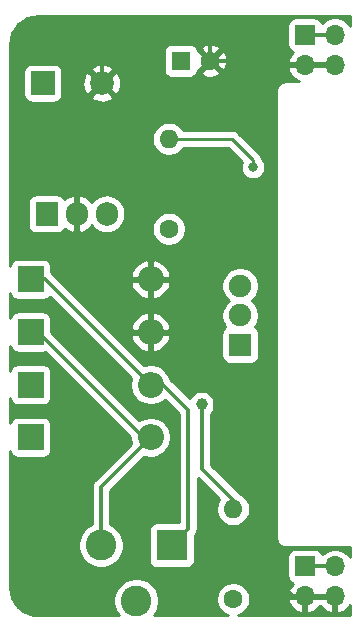
<source format=gbl>
%TF.GenerationSoftware,KiCad,Pcbnew,(5.1.8)-1*%
%TF.CreationDate,2020-12-06T18:17:34-05:00*%
%TF.ProjectId,Breadboar Power Supply v1,42726561-6462-46f6-9172-20506f776572,1.0*%
%TF.SameCoordinates,Original*%
%TF.FileFunction,Copper,L2,Bot*%
%TF.FilePolarity,Positive*%
%FSLAX46Y46*%
G04 Gerber Fmt 4.6, Leading zero omitted, Abs format (unit mm)*
G04 Created by KiCad (PCBNEW (5.1.8)-1) date 2020-12-06 18:17:34*
%MOMM*%
%LPD*%
G01*
G04 APERTURE LIST*
%TA.AperFunction,ComponentPad*%
%ADD10R,2.000000X2.000000*%
%TD*%
%TA.AperFunction,ComponentPad*%
%ADD11C,2.000000*%
%TD*%
%TA.AperFunction,ComponentPad*%
%ADD12R,1.600000X1.600000*%
%TD*%
%TA.AperFunction,ComponentPad*%
%ADD13C,1.600000*%
%TD*%
%TA.AperFunction,ComponentPad*%
%ADD14R,2.200000X2.200000*%
%TD*%
%TA.AperFunction,ComponentPad*%
%ADD15O,2.200000X2.200000*%
%TD*%
%TA.AperFunction,ComponentPad*%
%ADD16R,2.600000X2.600000*%
%TD*%
%TA.AperFunction,ComponentPad*%
%ADD17C,2.600000*%
%TD*%
%TA.AperFunction,ComponentPad*%
%ADD18R,1.700000X1.700000*%
%TD*%
%TA.AperFunction,ComponentPad*%
%ADD19O,1.700000X1.700000*%
%TD*%
%TA.AperFunction,ComponentPad*%
%ADD20O,1.600000X1.600000*%
%TD*%
%TA.AperFunction,ComponentPad*%
%ADD21R,1.900000X1.900000*%
%TD*%
%TA.AperFunction,ComponentPad*%
%ADD22C,1.900000*%
%TD*%
%TA.AperFunction,ComponentPad*%
%ADD23R,1.905000X2.000000*%
%TD*%
%TA.AperFunction,ComponentPad*%
%ADD24O,1.905000X2.000000*%
%TD*%
%TA.AperFunction,ViaPad*%
%ADD25C,1.000000*%
%TD*%
%TA.AperFunction,ViaPad*%
%ADD26C,0.800000*%
%TD*%
%TA.AperFunction,Conductor*%
%ADD27C,0.300000*%
%TD*%
%TA.AperFunction,Conductor*%
%ADD28C,0.250000*%
%TD*%
%TA.AperFunction,Conductor*%
%ADD29C,0.254000*%
%TD*%
%TA.AperFunction,Conductor*%
%ADD30C,0.100000*%
%TD*%
G04 APERTURE END LIST*
D10*
%TO.P,C1,1*%
%TO.N,/Vin*%
X175387000Y-90297000D03*
D11*
%TO.P,C1,2*%
%TO.N,/GND*%
X180387000Y-90297000D03*
%TD*%
D12*
%TO.P,C2,1*%
%TO.N,/Vout1*%
X187071000Y-88392000D03*
D13*
%TO.P,C2,2*%
%TO.N,/GND*%
X189571000Y-88392000D03*
%TD*%
D14*
%TO.P,D1,1*%
%TO.N,/Vin*%
X174349001Y-115815333D03*
D15*
%TO.P,D1,2*%
%TO.N,Net-(D1-Pad2)*%
X184509001Y-115815333D03*
%TD*%
%TO.P,D2,2*%
%TO.N,/GND*%
X184509001Y-106908001D03*
D14*
%TO.P,D2,1*%
%TO.N,Net-(D1-Pad2)*%
X174349001Y-106908001D03*
%TD*%
D15*
%TO.P,D3,2*%
%TO.N,Net-(D3-Pad2)*%
X184509001Y-120269000D03*
D14*
%TO.P,D3,1*%
%TO.N,/Vin*%
X174349001Y-120269000D03*
%TD*%
%TO.P,D4,1*%
%TO.N,Net-(D3-Pad2)*%
X174349001Y-111361667D03*
D15*
%TO.P,D4,2*%
%TO.N,/GND*%
X184509001Y-111361667D03*
%TD*%
D16*
%TO.P,J1,1*%
%TO.N,Net-(D1-Pad2)*%
X186309000Y-129413000D03*
D17*
%TO.P,J1,2*%
%TO.N,Net-(D3-Pad2)*%
X180309000Y-129413000D03*
%TO.P,J1,3*%
%TO.N,Net-(J1-Pad3)*%
X183309000Y-134113000D03*
%TD*%
D18*
%TO.P,J2,1*%
%TO.N,/Vout2*%
X197585000Y-86213000D03*
D19*
%TO.P,J2,2*%
X200125000Y-86213000D03*
%TO.P,J2,3*%
%TO.N,/GND*%
X197585000Y-88753000D03*
%TO.P,J2,4*%
X200125000Y-88753000D03*
%TD*%
%TO.P,J3,4*%
%TO.N,/GND*%
X200125000Y-133747000D03*
%TO.P,J3,3*%
X197585000Y-133747000D03*
%TO.P,J3,2*%
%TO.N,/Vout2*%
X200125000Y-131207000D03*
D18*
%TO.P,J3,1*%
X197585000Y-131207000D03*
%TD*%
D20*
%TO.P,R1,2*%
%TO.N,/Vout1*%
X191516000Y-126365000D03*
D13*
%TO.P,R1,1*%
%TO.N,Net-(D5-Pad2)*%
X191516000Y-133985000D03*
%TD*%
%TO.P,R2,1*%
%TO.N,/Vout2*%
X186055000Y-102616000D03*
D20*
%TO.P,R2,2*%
%TO.N,Net-(D6-Pad2)*%
X186055000Y-94996000D03*
%TD*%
D21*
%TO.P,SW1,1*%
%TO.N,/Vout2*%
X192102000Y-112454000D03*
D22*
%TO.P,SW1,2*%
%TO.N,/Vout1*%
X192102000Y-109954000D03*
%TO.P,SW1,3*%
%TO.N,Net-(SW1-Pad3)*%
X192102000Y-107454000D03*
%TD*%
D23*
%TO.P,U1,1*%
%TO.N,/Vin*%
X175709001Y-101346000D03*
D24*
%TO.P,U1,2*%
%TO.N,/GND*%
X178249001Y-101346000D03*
%TO.P,U1,3*%
%TO.N,/Vout1*%
X180789001Y-101346000D03*
%TD*%
D25*
%TO.N,/GND*%
X189992000Y-102616000D03*
X191770000Y-120650000D03*
%TO.N,/Vout1*%
X188849000Y-117475000D03*
D26*
%TO.N,Net-(D6-Pad2)*%
X193167000Y-97409000D03*
%TD*%
D27*
%TO.N,/GND*%
X200125000Y-133747000D02*
X197585000Y-133747000D01*
X184767667Y-111361667D02*
X184509001Y-111361667D01*
X184509001Y-111361667D02*
X184509001Y-106908001D01*
X184509001Y-106908001D02*
X186207999Y-106908001D01*
X184509001Y-106908001D02*
X180822001Y-106908001D01*
X178249001Y-104335001D02*
X178249001Y-101346000D01*
X180822001Y-106908001D02*
X178249001Y-104335001D01*
X178249001Y-92434999D02*
X180387000Y-90297000D01*
X178249001Y-101346000D02*
X178249001Y-92434999D01*
X180387000Y-90297000D02*
X180387000Y-88345000D01*
X180387000Y-88345000D02*
X182880000Y-85852000D01*
X182880000Y-85852000D02*
X188849000Y-85852000D01*
X189571000Y-86574000D02*
X189571000Y-88392000D01*
X188849000Y-85852000D02*
X189571000Y-86574000D01*
X189571000Y-88392000D02*
X192151000Y-88392000D01*
X192512000Y-88753000D02*
X197585000Y-88753000D01*
X192151000Y-88392000D02*
X192512000Y-88753000D01*
X197585000Y-88753000D02*
X200125000Y-88753000D01*
X189992000Y-102616000D02*
X188722000Y-103886000D01*
X188722000Y-103886000D02*
X188722000Y-105918000D01*
X187731999Y-106908001D02*
X186207999Y-106908001D01*
X188722000Y-105918000D02*
X187731999Y-106908001D01*
X189992000Y-115316000D02*
X186037667Y-111361667D01*
X189992000Y-120269000D02*
X189992000Y-115316000D01*
X186037667Y-111361667D02*
X184509001Y-111361667D01*
X194437000Y-131572000D02*
X194437000Y-124714000D01*
X196612000Y-133747000D02*
X194437000Y-131572000D01*
X197585000Y-133747000D02*
X196612000Y-133747000D01*
X191706500Y-120713500D02*
X191706500Y-121983500D01*
X191770000Y-120650000D02*
X191706500Y-120713500D01*
X191706500Y-121983500D02*
X189992000Y-120269000D01*
X194437000Y-124714000D02*
X191706500Y-121983500D01*
%TO.N,/Vout1*%
X188849000Y-122936000D02*
X188849000Y-117475000D01*
X191516000Y-125603000D02*
X188849000Y-122936000D01*
X191516000Y-126365000D02*
X191516000Y-125603000D01*
%TO.N,Net-(D1-Pad2)*%
X175601669Y-106908001D02*
X184509001Y-115815333D01*
X174349001Y-106908001D02*
X175601669Y-106908001D01*
X184509001Y-115815333D02*
X185538333Y-115815333D01*
X185538333Y-115815333D02*
X187706000Y-117983000D01*
X187706000Y-128016000D02*
X186309000Y-129413000D01*
X187706000Y-117983000D02*
X187706000Y-128016000D01*
%TO.N,Net-(D3-Pad2)*%
X184509001Y-120269000D02*
X183769000Y-120269000D01*
X174861667Y-111361667D02*
X174349001Y-111361667D01*
X180309000Y-124469001D02*
X184509001Y-120269000D01*
X180309000Y-129413000D02*
X180309000Y-124469001D01*
X174349001Y-111361667D02*
X174988667Y-111361667D01*
X183896000Y-120269000D02*
X184509001Y-120269000D01*
X174988667Y-111361667D02*
X183896000Y-120269000D01*
D28*
%TO.N,Net-(D6-Pad2)*%
X186055000Y-94996000D02*
X191389000Y-94996000D01*
X191389000Y-94996000D02*
X193167000Y-96774000D01*
X193167000Y-96774000D02*
X193167000Y-97409000D01*
D27*
%TO.N,/Vout2*%
X200125000Y-131207000D02*
X197585000Y-131207000D01*
X200125000Y-86213000D02*
X197585000Y-86213000D01*
%TD*%
D29*
%TO.N,/GND*%
X201397001Y-85443754D02*
X201278475Y-85266368D01*
X201071632Y-85059525D01*
X200828411Y-84897010D01*
X200558158Y-84785068D01*
X200271260Y-84728000D01*
X199978740Y-84728000D01*
X199691842Y-84785068D01*
X199421589Y-84897010D01*
X199178368Y-85059525D01*
X199046513Y-85191380D01*
X199024502Y-85118820D01*
X198965537Y-85008506D01*
X198886185Y-84911815D01*
X198789494Y-84832463D01*
X198679180Y-84773498D01*
X198559482Y-84737188D01*
X198435000Y-84724928D01*
X196735000Y-84724928D01*
X196610518Y-84737188D01*
X196490820Y-84773498D01*
X196380506Y-84832463D01*
X196283815Y-84911815D01*
X196204463Y-85008506D01*
X196145498Y-85118820D01*
X196109188Y-85238518D01*
X196096928Y-85363000D01*
X196096928Y-87063000D01*
X196109188Y-87187482D01*
X196145498Y-87307180D01*
X196204463Y-87417494D01*
X196283815Y-87514185D01*
X196380506Y-87593537D01*
X196490820Y-87652502D01*
X196571466Y-87676966D01*
X196487412Y-87752731D01*
X196313359Y-87986080D01*
X196188175Y-88248901D01*
X196143524Y-88396110D01*
X196264845Y-88626000D01*
X197458000Y-88626000D01*
X197458000Y-88606000D01*
X197712000Y-88606000D01*
X197712000Y-88626000D01*
X199998000Y-88626000D01*
X199998000Y-88606000D01*
X200252000Y-88606000D01*
X200252000Y-88626000D01*
X200272000Y-88626000D01*
X200272000Y-88880000D01*
X200252000Y-88880000D01*
X200252000Y-88900000D01*
X199998000Y-88900000D01*
X199998000Y-88880000D01*
X197712000Y-88880000D01*
X197712000Y-88900000D01*
X197458000Y-88900000D01*
X197458000Y-88880000D01*
X196264845Y-88880000D01*
X196143524Y-89109890D01*
X196188175Y-89257099D01*
X196313359Y-89519920D01*
X196487412Y-89753269D01*
X196703645Y-89948178D01*
X196953748Y-90097157D01*
X197088620Y-90145000D01*
X195866419Y-90145000D01*
X195834000Y-90141807D01*
X195801581Y-90145000D01*
X195704617Y-90154550D01*
X195580207Y-90192290D01*
X195465550Y-90253575D01*
X195365052Y-90336052D01*
X195282575Y-90436550D01*
X195221290Y-90551207D01*
X195183550Y-90675617D01*
X195170807Y-90805000D01*
X195174001Y-90837429D01*
X195174000Y-128872581D01*
X195170807Y-128905000D01*
X195183550Y-129034383D01*
X195221290Y-129158793D01*
X195282575Y-129273450D01*
X195365052Y-129373948D01*
X195465550Y-129456425D01*
X195580207Y-129517710D01*
X195704617Y-129555450D01*
X195834000Y-129568193D01*
X195866419Y-129565000D01*
X201397001Y-129565000D01*
X201397001Y-130437754D01*
X201278475Y-130260368D01*
X201071632Y-130053525D01*
X200828411Y-129891010D01*
X200558158Y-129779068D01*
X200271260Y-129722000D01*
X199978740Y-129722000D01*
X199691842Y-129779068D01*
X199421589Y-129891010D01*
X199178368Y-130053525D01*
X199046513Y-130185380D01*
X199024502Y-130112820D01*
X198965537Y-130002506D01*
X198886185Y-129905815D01*
X198789494Y-129826463D01*
X198679180Y-129767498D01*
X198559482Y-129731188D01*
X198435000Y-129718928D01*
X196735000Y-129718928D01*
X196610518Y-129731188D01*
X196490820Y-129767498D01*
X196380506Y-129826463D01*
X196283815Y-129905815D01*
X196204463Y-130002506D01*
X196145498Y-130112820D01*
X196109188Y-130232518D01*
X196096928Y-130357000D01*
X196096928Y-132057000D01*
X196109188Y-132181482D01*
X196145498Y-132301180D01*
X196204463Y-132411494D01*
X196283815Y-132508185D01*
X196380506Y-132587537D01*
X196490820Y-132646502D01*
X196571466Y-132670966D01*
X196487412Y-132746731D01*
X196313359Y-132980080D01*
X196188175Y-133242901D01*
X196143524Y-133390110D01*
X196264845Y-133620000D01*
X197458000Y-133620000D01*
X197458000Y-133600000D01*
X197712000Y-133600000D01*
X197712000Y-133620000D01*
X199998000Y-133620000D01*
X199998000Y-133600000D01*
X200252000Y-133600000D01*
X200252000Y-133620000D01*
X200272000Y-133620000D01*
X200272000Y-133874000D01*
X200252000Y-133874000D01*
X200252000Y-135067814D01*
X200481891Y-135188481D01*
X200756252Y-135091157D01*
X201006355Y-134942178D01*
X201222588Y-134747269D01*
X201396641Y-134513920D01*
X201397000Y-134513166D01*
X201397000Y-135357000D01*
X191953533Y-135357000D01*
X192195727Y-135256680D01*
X192430759Y-135099637D01*
X192630637Y-134899759D01*
X192787680Y-134664727D01*
X192895853Y-134403574D01*
X192951000Y-134126335D01*
X192951000Y-134103890D01*
X196143524Y-134103890D01*
X196188175Y-134251099D01*
X196313359Y-134513920D01*
X196487412Y-134747269D01*
X196703645Y-134942178D01*
X196953748Y-135091157D01*
X197228109Y-135188481D01*
X197458000Y-135067814D01*
X197458000Y-133874000D01*
X197712000Y-133874000D01*
X197712000Y-135067814D01*
X197941891Y-135188481D01*
X198216252Y-135091157D01*
X198466355Y-134942178D01*
X198682588Y-134747269D01*
X198855000Y-134516120D01*
X199027412Y-134747269D01*
X199243645Y-134942178D01*
X199493748Y-135091157D01*
X199768109Y-135188481D01*
X199998000Y-135067814D01*
X199998000Y-133874000D01*
X197712000Y-133874000D01*
X197458000Y-133874000D01*
X196264845Y-133874000D01*
X196143524Y-134103890D01*
X192951000Y-134103890D01*
X192951000Y-133843665D01*
X192895853Y-133566426D01*
X192787680Y-133305273D01*
X192630637Y-133070241D01*
X192430759Y-132870363D01*
X192195727Y-132713320D01*
X191934574Y-132605147D01*
X191657335Y-132550000D01*
X191374665Y-132550000D01*
X191097426Y-132605147D01*
X190836273Y-132713320D01*
X190601241Y-132870363D01*
X190401363Y-133070241D01*
X190244320Y-133305273D01*
X190136147Y-133566426D01*
X190081000Y-133843665D01*
X190081000Y-134126335D01*
X190136147Y-134403574D01*
X190244320Y-134664727D01*
X190401363Y-134899759D01*
X190601241Y-135099637D01*
X190836273Y-135256680D01*
X191078467Y-135357000D01*
X184801504Y-135357000D01*
X184812013Y-135346491D01*
X185023775Y-135029566D01*
X185169639Y-134677419D01*
X185244000Y-134303581D01*
X185244000Y-133922419D01*
X185169639Y-133548581D01*
X185023775Y-133196434D01*
X184812013Y-132879509D01*
X184542491Y-132609987D01*
X184225566Y-132398225D01*
X183873419Y-132252361D01*
X183499581Y-132178000D01*
X183118419Y-132178000D01*
X182744581Y-132252361D01*
X182392434Y-132398225D01*
X182075509Y-132609987D01*
X181805987Y-132879509D01*
X181594225Y-133196434D01*
X181448361Y-133548581D01*
X181374000Y-133922419D01*
X181374000Y-134303581D01*
X181448361Y-134677419D01*
X181594225Y-135029566D01*
X181805987Y-135346491D01*
X181816496Y-135357000D01*
X175038279Y-135357000D01*
X174542784Y-135308416D01*
X174097210Y-135173890D01*
X173686255Y-134955382D01*
X173325564Y-134661209D01*
X173028881Y-134302581D01*
X172807509Y-133893162D01*
X172669874Y-133448535D01*
X172618000Y-132954990D01*
X172618000Y-121440795D01*
X172623189Y-121493482D01*
X172659499Y-121613180D01*
X172718464Y-121723494D01*
X172797816Y-121820185D01*
X172894507Y-121899537D01*
X173004821Y-121958502D01*
X173124519Y-121994812D01*
X173249001Y-122007072D01*
X175449001Y-122007072D01*
X175573483Y-121994812D01*
X175693181Y-121958502D01*
X175803495Y-121899537D01*
X175900186Y-121820185D01*
X175979538Y-121723494D01*
X176038503Y-121613180D01*
X176074813Y-121493482D01*
X176087073Y-121369000D01*
X176087073Y-119169000D01*
X176074813Y-119044518D01*
X176038503Y-118924820D01*
X175979538Y-118814506D01*
X175900186Y-118717815D01*
X175803495Y-118638463D01*
X175693181Y-118579498D01*
X175573483Y-118543188D01*
X175449001Y-118530928D01*
X173249001Y-118530928D01*
X173124519Y-118543188D01*
X173004821Y-118579498D01*
X172894507Y-118638463D01*
X172797816Y-118717815D01*
X172718464Y-118814506D01*
X172659499Y-118924820D01*
X172623189Y-119044518D01*
X172618000Y-119097205D01*
X172618000Y-116987128D01*
X172623189Y-117039815D01*
X172659499Y-117159513D01*
X172718464Y-117269827D01*
X172797816Y-117366518D01*
X172894507Y-117445870D01*
X173004821Y-117504835D01*
X173124519Y-117541145D01*
X173249001Y-117553405D01*
X175449001Y-117553405D01*
X175573483Y-117541145D01*
X175693181Y-117504835D01*
X175803495Y-117445870D01*
X175900186Y-117366518D01*
X175979538Y-117269827D01*
X176038503Y-117159513D01*
X176074813Y-117039815D01*
X176087073Y-116915333D01*
X176087073Y-114715333D01*
X176074813Y-114590851D01*
X176038503Y-114471153D01*
X175979538Y-114360839D01*
X175900186Y-114264148D01*
X175803495Y-114184796D01*
X175693181Y-114125831D01*
X175573483Y-114089521D01*
X175449001Y-114077261D01*
X173249001Y-114077261D01*
X173124519Y-114089521D01*
X173004821Y-114125831D01*
X172894507Y-114184796D01*
X172797816Y-114264148D01*
X172718464Y-114360839D01*
X172659499Y-114471153D01*
X172623189Y-114590851D01*
X172618000Y-114643538D01*
X172618000Y-112533462D01*
X172623189Y-112586149D01*
X172659499Y-112705847D01*
X172718464Y-112816161D01*
X172797816Y-112912852D01*
X172894507Y-112992204D01*
X173004821Y-113051169D01*
X173124519Y-113087479D01*
X173249001Y-113099739D01*
X175449001Y-113099739D01*
X175573483Y-113087479D01*
X175597144Y-113080301D01*
X182774001Y-120257159D01*
X182774001Y-120439883D01*
X182840676Y-120775081D01*
X182855932Y-120811912D01*
X179781185Y-123886659D01*
X179751237Y-123911237D01*
X179726659Y-123941185D01*
X179726655Y-123941189D01*
X179693690Y-123981357D01*
X179653139Y-124030768D01*
X179614177Y-124103661D01*
X179580246Y-124167142D01*
X179535359Y-124315115D01*
X179520203Y-124469001D01*
X179524001Y-124507564D01*
X179524000Y-127643728D01*
X179392434Y-127698225D01*
X179075509Y-127909987D01*
X178805987Y-128179509D01*
X178594225Y-128496434D01*
X178448361Y-128848581D01*
X178374000Y-129222419D01*
X178374000Y-129603581D01*
X178448361Y-129977419D01*
X178594225Y-130329566D01*
X178805987Y-130646491D01*
X179075509Y-130916013D01*
X179392434Y-131127775D01*
X179744581Y-131273639D01*
X180118419Y-131348000D01*
X180499581Y-131348000D01*
X180873419Y-131273639D01*
X181225566Y-131127775D01*
X181542491Y-130916013D01*
X181812013Y-130646491D01*
X182023775Y-130329566D01*
X182169639Y-129977419D01*
X182244000Y-129603581D01*
X182244000Y-129222419D01*
X182169639Y-128848581D01*
X182023775Y-128496434D01*
X181812013Y-128179509D01*
X181542491Y-127909987D01*
X181225566Y-127698225D01*
X181094000Y-127643729D01*
X181094000Y-124794158D01*
X183966089Y-121922069D01*
X184002920Y-121937325D01*
X184338118Y-122004000D01*
X184679884Y-122004000D01*
X185015082Y-121937325D01*
X185330832Y-121806537D01*
X185614999Y-121616663D01*
X185856664Y-121374998D01*
X186046538Y-121090831D01*
X186177326Y-120775081D01*
X186244001Y-120439883D01*
X186244001Y-120098117D01*
X186177326Y-119762919D01*
X186046538Y-119447169D01*
X185856664Y-119163002D01*
X185614999Y-118921337D01*
X185330832Y-118731463D01*
X185015082Y-118600675D01*
X184679884Y-118534000D01*
X184338118Y-118534000D01*
X184002920Y-118600675D01*
X183687170Y-118731463D01*
X183556159Y-118819001D01*
X176087073Y-111349916D01*
X176087073Y-110261667D01*
X176074813Y-110137185D01*
X176038503Y-110017487D01*
X175979538Y-109907173D01*
X175900186Y-109810482D01*
X175803495Y-109731130D01*
X175693181Y-109672165D01*
X175573483Y-109635855D01*
X175449001Y-109623595D01*
X173249001Y-109623595D01*
X173124519Y-109635855D01*
X173004821Y-109672165D01*
X172894507Y-109731130D01*
X172797816Y-109810482D01*
X172718464Y-109907173D01*
X172659499Y-110017487D01*
X172623189Y-110137185D01*
X172618000Y-110189872D01*
X172618000Y-108079796D01*
X172623189Y-108132483D01*
X172659499Y-108252181D01*
X172718464Y-108362495D01*
X172797816Y-108459186D01*
X172894507Y-108538538D01*
X173004821Y-108597503D01*
X173124519Y-108633813D01*
X173249001Y-108646073D01*
X175449001Y-108646073D01*
X175573483Y-108633813D01*
X175693181Y-108597503D01*
X175803495Y-108538538D01*
X175900186Y-108459186D01*
X175964423Y-108380912D01*
X182855932Y-115272421D01*
X182840676Y-115309252D01*
X182774001Y-115644450D01*
X182774001Y-115986216D01*
X182840676Y-116321414D01*
X182971464Y-116637164D01*
X183161338Y-116921331D01*
X183403003Y-117162996D01*
X183687170Y-117352870D01*
X184002920Y-117483658D01*
X184338118Y-117550333D01*
X184679884Y-117550333D01*
X185015082Y-117483658D01*
X185330832Y-117352870D01*
X185614999Y-117162996D01*
X185695419Y-117082576D01*
X186921000Y-118308158D01*
X186921001Y-127474928D01*
X185009000Y-127474928D01*
X184884518Y-127487188D01*
X184764820Y-127523498D01*
X184654506Y-127582463D01*
X184557815Y-127661815D01*
X184478463Y-127758506D01*
X184419498Y-127868820D01*
X184383188Y-127988518D01*
X184370928Y-128113000D01*
X184370928Y-130713000D01*
X184383188Y-130837482D01*
X184419498Y-130957180D01*
X184478463Y-131067494D01*
X184557815Y-131164185D01*
X184654506Y-131243537D01*
X184764820Y-131302502D01*
X184884518Y-131338812D01*
X185009000Y-131351072D01*
X187609000Y-131351072D01*
X187733482Y-131338812D01*
X187853180Y-131302502D01*
X187963494Y-131243537D01*
X188060185Y-131164185D01*
X188139537Y-131067494D01*
X188198502Y-130957180D01*
X188234812Y-130837482D01*
X188247072Y-130713000D01*
X188247072Y-128587463D01*
X188263764Y-128573764D01*
X188294306Y-128536550D01*
X188327228Y-128496434D01*
X188361862Y-128454233D01*
X188434754Y-128317860D01*
X188479641Y-128169887D01*
X188491000Y-128054561D01*
X188491000Y-128054554D01*
X188494797Y-128016001D01*
X188491000Y-127977448D01*
X188491000Y-123688157D01*
X190341971Y-125539128D01*
X190244320Y-125685273D01*
X190136147Y-125946426D01*
X190081000Y-126223665D01*
X190081000Y-126506335D01*
X190136147Y-126783574D01*
X190244320Y-127044727D01*
X190401363Y-127279759D01*
X190601241Y-127479637D01*
X190836273Y-127636680D01*
X191097426Y-127744853D01*
X191374665Y-127800000D01*
X191657335Y-127800000D01*
X191934574Y-127744853D01*
X192195727Y-127636680D01*
X192430759Y-127479637D01*
X192630637Y-127279759D01*
X192787680Y-127044727D01*
X192895853Y-126783574D01*
X192951000Y-126506335D01*
X192951000Y-126223665D01*
X192895853Y-125946426D01*
X192787680Y-125685273D01*
X192630637Y-125450241D01*
X192430759Y-125250363D01*
X192195727Y-125093320D01*
X192067774Y-125040320D01*
X192043810Y-125020653D01*
X189634000Y-122610843D01*
X189634000Y-118295132D01*
X189730612Y-118198520D01*
X189854824Y-118012624D01*
X189940383Y-117806067D01*
X189984000Y-117586788D01*
X189984000Y-117363212D01*
X189940383Y-117143933D01*
X189854824Y-116937376D01*
X189730612Y-116751480D01*
X189572520Y-116593388D01*
X189386624Y-116469176D01*
X189180067Y-116383617D01*
X188960788Y-116340000D01*
X188737212Y-116340000D01*
X188517933Y-116383617D01*
X188311376Y-116469176D01*
X188125480Y-116593388D01*
X187967388Y-116751480D01*
X187843176Y-116937376D01*
X187821900Y-116988742D01*
X186185996Y-115352839D01*
X186177326Y-115309252D01*
X186046538Y-114993502D01*
X185856664Y-114709335D01*
X185614999Y-114467670D01*
X185330832Y-114277796D01*
X185015082Y-114147008D01*
X184679884Y-114080333D01*
X184338118Y-114080333D01*
X184002920Y-114147008D01*
X183966089Y-114162264D01*
X181561614Y-111757789D01*
X182819826Y-111757789D01*
X182884426Y-111970761D01*
X183034470Y-112275996D01*
X183241179Y-112546094D01*
X183496610Y-112770675D01*
X183790947Y-112941109D01*
X184112878Y-113050846D01*
X184382001Y-112933267D01*
X184382001Y-111488667D01*
X184636001Y-111488667D01*
X184636001Y-112933267D01*
X184905124Y-113050846D01*
X185227055Y-112941109D01*
X185521392Y-112770675D01*
X185776823Y-112546094D01*
X185983532Y-112275996D01*
X186133576Y-111970761D01*
X186198176Y-111757789D01*
X186086852Y-111504000D01*
X190513928Y-111504000D01*
X190513928Y-113404000D01*
X190526188Y-113528482D01*
X190562498Y-113648180D01*
X190621463Y-113758494D01*
X190700815Y-113855185D01*
X190797506Y-113934537D01*
X190907820Y-113993502D01*
X191027518Y-114029812D01*
X191152000Y-114042072D01*
X193052000Y-114042072D01*
X193176482Y-114029812D01*
X193296180Y-113993502D01*
X193406494Y-113934537D01*
X193503185Y-113855185D01*
X193582537Y-113758494D01*
X193641502Y-113648180D01*
X193677812Y-113528482D01*
X193690072Y-113404000D01*
X193690072Y-111504000D01*
X193677812Y-111379518D01*
X193641502Y-111259820D01*
X193582537Y-111149506D01*
X193503185Y-111052815D01*
X193406494Y-110973463D01*
X193347979Y-110942186D01*
X193506609Y-110704779D01*
X193626089Y-110416327D01*
X193687000Y-110110109D01*
X193687000Y-109797891D01*
X193626089Y-109491673D01*
X193506609Y-109203221D01*
X193333150Y-108943621D01*
X193112379Y-108722850D01*
X193084168Y-108704000D01*
X193112379Y-108685150D01*
X193333150Y-108464379D01*
X193506609Y-108204779D01*
X193626089Y-107916327D01*
X193687000Y-107610109D01*
X193687000Y-107297891D01*
X193626089Y-106991673D01*
X193506609Y-106703221D01*
X193333150Y-106443621D01*
X193112379Y-106222850D01*
X192852779Y-106049391D01*
X192564327Y-105929911D01*
X192258109Y-105869000D01*
X191945891Y-105869000D01*
X191639673Y-105929911D01*
X191351221Y-106049391D01*
X191091621Y-106222850D01*
X190870850Y-106443621D01*
X190697391Y-106703221D01*
X190577911Y-106991673D01*
X190517000Y-107297891D01*
X190517000Y-107610109D01*
X190577911Y-107916327D01*
X190697391Y-108204779D01*
X190870850Y-108464379D01*
X191091621Y-108685150D01*
X191119832Y-108704000D01*
X191091621Y-108722850D01*
X190870850Y-108943621D01*
X190697391Y-109203221D01*
X190577911Y-109491673D01*
X190517000Y-109797891D01*
X190517000Y-110110109D01*
X190577911Y-110416327D01*
X190697391Y-110704779D01*
X190856021Y-110942186D01*
X190797506Y-110973463D01*
X190700815Y-111052815D01*
X190621463Y-111149506D01*
X190562498Y-111259820D01*
X190526188Y-111379518D01*
X190513928Y-111504000D01*
X186086852Y-111504000D01*
X186080126Y-111488667D01*
X184636001Y-111488667D01*
X184382001Y-111488667D01*
X182937876Y-111488667D01*
X182819826Y-111757789D01*
X181561614Y-111757789D01*
X180769370Y-110965545D01*
X182819826Y-110965545D01*
X182937876Y-111234667D01*
X184382001Y-111234667D01*
X184382001Y-109790067D01*
X184636001Y-109790067D01*
X184636001Y-111234667D01*
X186080126Y-111234667D01*
X186198176Y-110965545D01*
X186133576Y-110752573D01*
X185983532Y-110447338D01*
X185776823Y-110177240D01*
X185521392Y-109952659D01*
X185227055Y-109782225D01*
X184905124Y-109672488D01*
X184636001Y-109790067D01*
X184382001Y-109790067D01*
X184112878Y-109672488D01*
X183790947Y-109782225D01*
X183496610Y-109952659D01*
X183241179Y-110177240D01*
X183034470Y-110447338D01*
X182884426Y-110752573D01*
X182819826Y-110965545D01*
X180769370Y-110965545D01*
X177107948Y-107304123D01*
X182819826Y-107304123D01*
X182884426Y-107517095D01*
X183034470Y-107822330D01*
X183241179Y-108092428D01*
X183496610Y-108317009D01*
X183790947Y-108487443D01*
X184112878Y-108597180D01*
X184382001Y-108479601D01*
X184382001Y-107035001D01*
X184636001Y-107035001D01*
X184636001Y-108479601D01*
X184905124Y-108597180D01*
X185227055Y-108487443D01*
X185521392Y-108317009D01*
X185776823Y-108092428D01*
X185983532Y-107822330D01*
X186133576Y-107517095D01*
X186198176Y-107304123D01*
X186080126Y-107035001D01*
X184636001Y-107035001D01*
X184382001Y-107035001D01*
X182937876Y-107035001D01*
X182819826Y-107304123D01*
X177107948Y-107304123D01*
X176315704Y-106511879D01*
X182819826Y-106511879D01*
X182937876Y-106781001D01*
X184382001Y-106781001D01*
X184382001Y-105336401D01*
X184636001Y-105336401D01*
X184636001Y-106781001D01*
X186080126Y-106781001D01*
X186198176Y-106511879D01*
X186133576Y-106298907D01*
X185983532Y-105993672D01*
X185776823Y-105723574D01*
X185521392Y-105498993D01*
X185227055Y-105328559D01*
X184905124Y-105218822D01*
X184636001Y-105336401D01*
X184382001Y-105336401D01*
X184112878Y-105218822D01*
X183790947Y-105328559D01*
X183496610Y-105498993D01*
X183241179Y-105723574D01*
X183034470Y-105993672D01*
X182884426Y-106298907D01*
X182819826Y-106511879D01*
X176315704Y-106511879D01*
X176184016Y-106380191D01*
X176159433Y-106350237D01*
X176087073Y-106290852D01*
X176087073Y-105808001D01*
X176074813Y-105683519D01*
X176038503Y-105563821D01*
X175979538Y-105453507D01*
X175900186Y-105356816D01*
X175803495Y-105277464D01*
X175693181Y-105218499D01*
X175573483Y-105182189D01*
X175449001Y-105169929D01*
X173249001Y-105169929D01*
X173124519Y-105182189D01*
X173004821Y-105218499D01*
X172894507Y-105277464D01*
X172797816Y-105356816D01*
X172718464Y-105453507D01*
X172659499Y-105563821D01*
X172623189Y-105683519D01*
X172618000Y-105736206D01*
X172618000Y-100346000D01*
X174118429Y-100346000D01*
X174118429Y-102346000D01*
X174130689Y-102470482D01*
X174166999Y-102590180D01*
X174225964Y-102700494D01*
X174305316Y-102797185D01*
X174402007Y-102876537D01*
X174512321Y-102935502D01*
X174632019Y-102971812D01*
X174756501Y-102984072D01*
X176661501Y-102984072D01*
X176785983Y-102971812D01*
X176905681Y-102935502D01*
X177015995Y-102876537D01*
X177112686Y-102797185D01*
X177192038Y-102700494D01*
X177241060Y-102608781D01*
X177382078Y-102721969D01*
X177657907Y-102865571D01*
X177876021Y-102936563D01*
X178122001Y-102816594D01*
X178122001Y-101473000D01*
X178102001Y-101473000D01*
X178102001Y-101219000D01*
X178122001Y-101219000D01*
X178122001Y-99875406D01*
X178376001Y-99875406D01*
X178376001Y-101219000D01*
X178396001Y-101219000D01*
X178396001Y-101473000D01*
X178376001Y-101473000D01*
X178376001Y-102816594D01*
X178621981Y-102936563D01*
X178840095Y-102865571D01*
X179115924Y-102721969D01*
X179358438Y-102527315D01*
X179513838Y-102342101D01*
X179661038Y-102521463D01*
X179902767Y-102719845D01*
X180178553Y-102867255D01*
X180477798Y-102958030D01*
X180789001Y-102988681D01*
X181100205Y-102958030D01*
X181399450Y-102867255D01*
X181675236Y-102719845D01*
X181916964Y-102521463D01*
X181955370Y-102474665D01*
X184620000Y-102474665D01*
X184620000Y-102757335D01*
X184675147Y-103034574D01*
X184783320Y-103295727D01*
X184940363Y-103530759D01*
X185140241Y-103730637D01*
X185375273Y-103887680D01*
X185636426Y-103995853D01*
X185913665Y-104051000D01*
X186196335Y-104051000D01*
X186473574Y-103995853D01*
X186734727Y-103887680D01*
X186969759Y-103730637D01*
X187169637Y-103530759D01*
X187326680Y-103295727D01*
X187434853Y-103034574D01*
X187490000Y-102757335D01*
X187490000Y-102474665D01*
X187434853Y-102197426D01*
X187326680Y-101936273D01*
X187169637Y-101701241D01*
X186969759Y-101501363D01*
X186734727Y-101344320D01*
X186473574Y-101236147D01*
X186196335Y-101181000D01*
X185913665Y-101181000D01*
X185636426Y-101236147D01*
X185375273Y-101344320D01*
X185140241Y-101501363D01*
X184940363Y-101701241D01*
X184783320Y-101936273D01*
X184675147Y-102197426D01*
X184620000Y-102474665D01*
X181955370Y-102474665D01*
X182115346Y-102279734D01*
X182262756Y-102003948D01*
X182353531Y-101704703D01*
X182376501Y-101471485D01*
X182376501Y-101220514D01*
X182353531Y-100987296D01*
X182262756Y-100688051D01*
X182115346Y-100412265D01*
X181916964Y-100170537D01*
X181675235Y-99972155D01*
X181399449Y-99824745D01*
X181100204Y-99733970D01*
X180789001Y-99703319D01*
X180477797Y-99733970D01*
X180178552Y-99824745D01*
X179902766Y-99972155D01*
X179661038Y-100170537D01*
X179513839Y-100349900D01*
X179358438Y-100164685D01*
X179115924Y-99970031D01*
X178840095Y-99826429D01*
X178621981Y-99755437D01*
X178376001Y-99875406D01*
X178122001Y-99875406D01*
X177876021Y-99755437D01*
X177657907Y-99826429D01*
X177382078Y-99970031D01*
X177241060Y-100083219D01*
X177192038Y-99991506D01*
X177112686Y-99894815D01*
X177015995Y-99815463D01*
X176905681Y-99756498D01*
X176785983Y-99720188D01*
X176661501Y-99707928D01*
X174756501Y-99707928D01*
X174632019Y-99720188D01*
X174512321Y-99756498D01*
X174402007Y-99815463D01*
X174305316Y-99894815D01*
X174225964Y-99991506D01*
X174166999Y-100101820D01*
X174130689Y-100221518D01*
X174118429Y-100346000D01*
X172618000Y-100346000D01*
X172618000Y-94854665D01*
X184620000Y-94854665D01*
X184620000Y-95137335D01*
X184675147Y-95414574D01*
X184783320Y-95675727D01*
X184940363Y-95910759D01*
X185140241Y-96110637D01*
X185375273Y-96267680D01*
X185636426Y-96375853D01*
X185913665Y-96431000D01*
X186196335Y-96431000D01*
X186473574Y-96375853D01*
X186734727Y-96267680D01*
X186969759Y-96110637D01*
X187169637Y-95910759D01*
X187273043Y-95756000D01*
X191074199Y-95756000D01*
X192246030Y-96927832D01*
X192171774Y-97107102D01*
X192132000Y-97307061D01*
X192132000Y-97510939D01*
X192171774Y-97710898D01*
X192249795Y-97899256D01*
X192363063Y-98068774D01*
X192507226Y-98212937D01*
X192676744Y-98326205D01*
X192865102Y-98404226D01*
X193065061Y-98444000D01*
X193268939Y-98444000D01*
X193468898Y-98404226D01*
X193657256Y-98326205D01*
X193826774Y-98212937D01*
X193970937Y-98068774D01*
X194084205Y-97899256D01*
X194162226Y-97710898D01*
X194202000Y-97510939D01*
X194202000Y-97307061D01*
X194162226Y-97107102D01*
X194084205Y-96918744D01*
X193970937Y-96749226D01*
X193923572Y-96701861D01*
X193916003Y-96625014D01*
X193872546Y-96481753D01*
X193801974Y-96349724D01*
X193707001Y-96233999D01*
X193678004Y-96210202D01*
X191952804Y-94485003D01*
X191929001Y-94455999D01*
X191813276Y-94361026D01*
X191681247Y-94290454D01*
X191537986Y-94246997D01*
X191426333Y-94236000D01*
X191426322Y-94236000D01*
X191389000Y-94232324D01*
X191351678Y-94236000D01*
X187273043Y-94236000D01*
X187169637Y-94081241D01*
X186969759Y-93881363D01*
X186734727Y-93724320D01*
X186473574Y-93616147D01*
X186196335Y-93561000D01*
X185913665Y-93561000D01*
X185636426Y-93616147D01*
X185375273Y-93724320D01*
X185140241Y-93881363D01*
X184940363Y-94081241D01*
X184783320Y-94316273D01*
X184675147Y-94577426D01*
X184620000Y-94854665D01*
X172618000Y-94854665D01*
X172618000Y-89297000D01*
X173748928Y-89297000D01*
X173748928Y-91297000D01*
X173761188Y-91421482D01*
X173797498Y-91541180D01*
X173856463Y-91651494D01*
X173935815Y-91748185D01*
X174032506Y-91827537D01*
X174142820Y-91886502D01*
X174262518Y-91922812D01*
X174387000Y-91935072D01*
X176387000Y-91935072D01*
X176511482Y-91922812D01*
X176631180Y-91886502D01*
X176741494Y-91827537D01*
X176838185Y-91748185D01*
X176917537Y-91651494D01*
X176976502Y-91541180D01*
X177009496Y-91432413D01*
X179431192Y-91432413D01*
X179526956Y-91696814D01*
X179816571Y-91837704D01*
X180128108Y-91919384D01*
X180449595Y-91938718D01*
X180768675Y-91894961D01*
X181073088Y-91789795D01*
X181247044Y-91696814D01*
X181342808Y-91432413D01*
X180387000Y-90476605D01*
X179431192Y-91432413D01*
X177009496Y-91432413D01*
X177012812Y-91421482D01*
X177025072Y-91297000D01*
X177025072Y-90359595D01*
X178745282Y-90359595D01*
X178789039Y-90678675D01*
X178894205Y-90983088D01*
X178987186Y-91157044D01*
X179251587Y-91252808D01*
X180207395Y-90297000D01*
X180566605Y-90297000D01*
X181522413Y-91252808D01*
X181786814Y-91157044D01*
X181927704Y-90867429D01*
X182009384Y-90555892D01*
X182028718Y-90234405D01*
X181984961Y-89915325D01*
X181879795Y-89610912D01*
X181786814Y-89436956D01*
X181522413Y-89341192D01*
X180566605Y-90297000D01*
X180207395Y-90297000D01*
X179251587Y-89341192D01*
X178987186Y-89436956D01*
X178846296Y-89726571D01*
X178764616Y-90038108D01*
X178745282Y-90359595D01*
X177025072Y-90359595D01*
X177025072Y-89297000D01*
X177012812Y-89172518D01*
X177009497Y-89161587D01*
X179431192Y-89161587D01*
X180387000Y-90117395D01*
X181342808Y-89161587D01*
X181247044Y-88897186D01*
X180957429Y-88756296D01*
X180645892Y-88674616D01*
X180324405Y-88655282D01*
X180005325Y-88699039D01*
X179700912Y-88804205D01*
X179526956Y-88897186D01*
X179431192Y-89161587D01*
X177009497Y-89161587D01*
X176976502Y-89052820D01*
X176917537Y-88942506D01*
X176838185Y-88845815D01*
X176741494Y-88766463D01*
X176631180Y-88707498D01*
X176511482Y-88671188D01*
X176387000Y-88658928D01*
X174387000Y-88658928D01*
X174262518Y-88671188D01*
X174142820Y-88707498D01*
X174032506Y-88766463D01*
X173935815Y-88845815D01*
X173856463Y-88942506D01*
X173797498Y-89052820D01*
X173761188Y-89172518D01*
X173748928Y-89297000D01*
X172618000Y-89297000D01*
X172618000Y-87592000D01*
X185632928Y-87592000D01*
X185632928Y-89192000D01*
X185645188Y-89316482D01*
X185681498Y-89436180D01*
X185740463Y-89546494D01*
X185819815Y-89643185D01*
X185916506Y-89722537D01*
X186026820Y-89781502D01*
X186146518Y-89817812D01*
X186271000Y-89830072D01*
X187871000Y-89830072D01*
X187995482Y-89817812D01*
X188115180Y-89781502D01*
X188225494Y-89722537D01*
X188322185Y-89643185D01*
X188401537Y-89546494D01*
X188460502Y-89436180D01*
X188476117Y-89384702D01*
X188757903Y-89384702D01*
X188829486Y-89628671D01*
X189084996Y-89749571D01*
X189359184Y-89818300D01*
X189641512Y-89832217D01*
X189921130Y-89790787D01*
X190187292Y-89695603D01*
X190312514Y-89628671D01*
X190384097Y-89384702D01*
X189571000Y-88571605D01*
X188757903Y-89384702D01*
X188476117Y-89384702D01*
X188496812Y-89316482D01*
X188509072Y-89192000D01*
X188509072Y-89184785D01*
X188578298Y-89205097D01*
X189391395Y-88392000D01*
X189750605Y-88392000D01*
X190563702Y-89205097D01*
X190807671Y-89133514D01*
X190928571Y-88878004D01*
X190997300Y-88603816D01*
X191011217Y-88321488D01*
X190969787Y-88041870D01*
X190874603Y-87775708D01*
X190807671Y-87650486D01*
X190563702Y-87578903D01*
X189750605Y-88392000D01*
X189391395Y-88392000D01*
X188578298Y-87578903D01*
X188509072Y-87599215D01*
X188509072Y-87592000D01*
X188496812Y-87467518D01*
X188476118Y-87399298D01*
X188757903Y-87399298D01*
X189571000Y-88212395D01*
X190384097Y-87399298D01*
X190312514Y-87155329D01*
X190057004Y-87034429D01*
X189782816Y-86965700D01*
X189500488Y-86951783D01*
X189220870Y-86993213D01*
X188954708Y-87088397D01*
X188829486Y-87155329D01*
X188757903Y-87399298D01*
X188476118Y-87399298D01*
X188460502Y-87347820D01*
X188401537Y-87237506D01*
X188322185Y-87140815D01*
X188225494Y-87061463D01*
X188115180Y-87002498D01*
X187995482Y-86966188D01*
X187871000Y-86953928D01*
X186271000Y-86953928D01*
X186146518Y-86966188D01*
X186026820Y-87002498D01*
X185916506Y-87061463D01*
X185819815Y-87140815D01*
X185740463Y-87237506D01*
X185681498Y-87347820D01*
X185645188Y-87467518D01*
X185632928Y-87592000D01*
X172618000Y-87592000D01*
X172618000Y-87027279D01*
X172666584Y-86531784D01*
X172801112Y-86086207D01*
X173019620Y-85675254D01*
X173313788Y-85314566D01*
X173672419Y-85017881D01*
X174081838Y-84796509D01*
X174526465Y-84658874D01*
X175020011Y-84607000D01*
X201397001Y-84607000D01*
X201397001Y-85443754D01*
%TA.AperFunction,Conductor*%
D30*
G36*
X201397001Y-85443754D02*
G01*
X201278475Y-85266368D01*
X201071632Y-85059525D01*
X200828411Y-84897010D01*
X200558158Y-84785068D01*
X200271260Y-84728000D01*
X199978740Y-84728000D01*
X199691842Y-84785068D01*
X199421589Y-84897010D01*
X199178368Y-85059525D01*
X199046513Y-85191380D01*
X199024502Y-85118820D01*
X198965537Y-85008506D01*
X198886185Y-84911815D01*
X198789494Y-84832463D01*
X198679180Y-84773498D01*
X198559482Y-84737188D01*
X198435000Y-84724928D01*
X196735000Y-84724928D01*
X196610518Y-84737188D01*
X196490820Y-84773498D01*
X196380506Y-84832463D01*
X196283815Y-84911815D01*
X196204463Y-85008506D01*
X196145498Y-85118820D01*
X196109188Y-85238518D01*
X196096928Y-85363000D01*
X196096928Y-87063000D01*
X196109188Y-87187482D01*
X196145498Y-87307180D01*
X196204463Y-87417494D01*
X196283815Y-87514185D01*
X196380506Y-87593537D01*
X196490820Y-87652502D01*
X196571466Y-87676966D01*
X196487412Y-87752731D01*
X196313359Y-87986080D01*
X196188175Y-88248901D01*
X196143524Y-88396110D01*
X196264845Y-88626000D01*
X197458000Y-88626000D01*
X197458000Y-88606000D01*
X197712000Y-88606000D01*
X197712000Y-88626000D01*
X199998000Y-88626000D01*
X199998000Y-88606000D01*
X200252000Y-88606000D01*
X200252000Y-88626000D01*
X200272000Y-88626000D01*
X200272000Y-88880000D01*
X200252000Y-88880000D01*
X200252000Y-88900000D01*
X199998000Y-88900000D01*
X199998000Y-88880000D01*
X197712000Y-88880000D01*
X197712000Y-88900000D01*
X197458000Y-88900000D01*
X197458000Y-88880000D01*
X196264845Y-88880000D01*
X196143524Y-89109890D01*
X196188175Y-89257099D01*
X196313359Y-89519920D01*
X196487412Y-89753269D01*
X196703645Y-89948178D01*
X196953748Y-90097157D01*
X197088620Y-90145000D01*
X195866419Y-90145000D01*
X195834000Y-90141807D01*
X195801581Y-90145000D01*
X195704617Y-90154550D01*
X195580207Y-90192290D01*
X195465550Y-90253575D01*
X195365052Y-90336052D01*
X195282575Y-90436550D01*
X195221290Y-90551207D01*
X195183550Y-90675617D01*
X195170807Y-90805000D01*
X195174001Y-90837429D01*
X195174000Y-128872581D01*
X195170807Y-128905000D01*
X195183550Y-129034383D01*
X195221290Y-129158793D01*
X195282575Y-129273450D01*
X195365052Y-129373948D01*
X195465550Y-129456425D01*
X195580207Y-129517710D01*
X195704617Y-129555450D01*
X195834000Y-129568193D01*
X195866419Y-129565000D01*
X201397001Y-129565000D01*
X201397001Y-130437754D01*
X201278475Y-130260368D01*
X201071632Y-130053525D01*
X200828411Y-129891010D01*
X200558158Y-129779068D01*
X200271260Y-129722000D01*
X199978740Y-129722000D01*
X199691842Y-129779068D01*
X199421589Y-129891010D01*
X199178368Y-130053525D01*
X199046513Y-130185380D01*
X199024502Y-130112820D01*
X198965537Y-130002506D01*
X198886185Y-129905815D01*
X198789494Y-129826463D01*
X198679180Y-129767498D01*
X198559482Y-129731188D01*
X198435000Y-129718928D01*
X196735000Y-129718928D01*
X196610518Y-129731188D01*
X196490820Y-129767498D01*
X196380506Y-129826463D01*
X196283815Y-129905815D01*
X196204463Y-130002506D01*
X196145498Y-130112820D01*
X196109188Y-130232518D01*
X196096928Y-130357000D01*
X196096928Y-132057000D01*
X196109188Y-132181482D01*
X196145498Y-132301180D01*
X196204463Y-132411494D01*
X196283815Y-132508185D01*
X196380506Y-132587537D01*
X196490820Y-132646502D01*
X196571466Y-132670966D01*
X196487412Y-132746731D01*
X196313359Y-132980080D01*
X196188175Y-133242901D01*
X196143524Y-133390110D01*
X196264845Y-133620000D01*
X197458000Y-133620000D01*
X197458000Y-133600000D01*
X197712000Y-133600000D01*
X197712000Y-133620000D01*
X199998000Y-133620000D01*
X199998000Y-133600000D01*
X200252000Y-133600000D01*
X200252000Y-133620000D01*
X200272000Y-133620000D01*
X200272000Y-133874000D01*
X200252000Y-133874000D01*
X200252000Y-135067814D01*
X200481891Y-135188481D01*
X200756252Y-135091157D01*
X201006355Y-134942178D01*
X201222588Y-134747269D01*
X201396641Y-134513920D01*
X201397000Y-134513166D01*
X201397000Y-135357000D01*
X191953533Y-135357000D01*
X192195727Y-135256680D01*
X192430759Y-135099637D01*
X192630637Y-134899759D01*
X192787680Y-134664727D01*
X192895853Y-134403574D01*
X192951000Y-134126335D01*
X192951000Y-134103890D01*
X196143524Y-134103890D01*
X196188175Y-134251099D01*
X196313359Y-134513920D01*
X196487412Y-134747269D01*
X196703645Y-134942178D01*
X196953748Y-135091157D01*
X197228109Y-135188481D01*
X197458000Y-135067814D01*
X197458000Y-133874000D01*
X197712000Y-133874000D01*
X197712000Y-135067814D01*
X197941891Y-135188481D01*
X198216252Y-135091157D01*
X198466355Y-134942178D01*
X198682588Y-134747269D01*
X198855000Y-134516120D01*
X199027412Y-134747269D01*
X199243645Y-134942178D01*
X199493748Y-135091157D01*
X199768109Y-135188481D01*
X199998000Y-135067814D01*
X199998000Y-133874000D01*
X197712000Y-133874000D01*
X197458000Y-133874000D01*
X196264845Y-133874000D01*
X196143524Y-134103890D01*
X192951000Y-134103890D01*
X192951000Y-133843665D01*
X192895853Y-133566426D01*
X192787680Y-133305273D01*
X192630637Y-133070241D01*
X192430759Y-132870363D01*
X192195727Y-132713320D01*
X191934574Y-132605147D01*
X191657335Y-132550000D01*
X191374665Y-132550000D01*
X191097426Y-132605147D01*
X190836273Y-132713320D01*
X190601241Y-132870363D01*
X190401363Y-133070241D01*
X190244320Y-133305273D01*
X190136147Y-133566426D01*
X190081000Y-133843665D01*
X190081000Y-134126335D01*
X190136147Y-134403574D01*
X190244320Y-134664727D01*
X190401363Y-134899759D01*
X190601241Y-135099637D01*
X190836273Y-135256680D01*
X191078467Y-135357000D01*
X184801504Y-135357000D01*
X184812013Y-135346491D01*
X185023775Y-135029566D01*
X185169639Y-134677419D01*
X185244000Y-134303581D01*
X185244000Y-133922419D01*
X185169639Y-133548581D01*
X185023775Y-133196434D01*
X184812013Y-132879509D01*
X184542491Y-132609987D01*
X184225566Y-132398225D01*
X183873419Y-132252361D01*
X183499581Y-132178000D01*
X183118419Y-132178000D01*
X182744581Y-132252361D01*
X182392434Y-132398225D01*
X182075509Y-132609987D01*
X181805987Y-132879509D01*
X181594225Y-133196434D01*
X181448361Y-133548581D01*
X181374000Y-133922419D01*
X181374000Y-134303581D01*
X181448361Y-134677419D01*
X181594225Y-135029566D01*
X181805987Y-135346491D01*
X181816496Y-135357000D01*
X175038279Y-135357000D01*
X174542784Y-135308416D01*
X174097210Y-135173890D01*
X173686255Y-134955382D01*
X173325564Y-134661209D01*
X173028881Y-134302581D01*
X172807509Y-133893162D01*
X172669874Y-133448535D01*
X172618000Y-132954990D01*
X172618000Y-121440795D01*
X172623189Y-121493482D01*
X172659499Y-121613180D01*
X172718464Y-121723494D01*
X172797816Y-121820185D01*
X172894507Y-121899537D01*
X173004821Y-121958502D01*
X173124519Y-121994812D01*
X173249001Y-122007072D01*
X175449001Y-122007072D01*
X175573483Y-121994812D01*
X175693181Y-121958502D01*
X175803495Y-121899537D01*
X175900186Y-121820185D01*
X175979538Y-121723494D01*
X176038503Y-121613180D01*
X176074813Y-121493482D01*
X176087073Y-121369000D01*
X176087073Y-119169000D01*
X176074813Y-119044518D01*
X176038503Y-118924820D01*
X175979538Y-118814506D01*
X175900186Y-118717815D01*
X175803495Y-118638463D01*
X175693181Y-118579498D01*
X175573483Y-118543188D01*
X175449001Y-118530928D01*
X173249001Y-118530928D01*
X173124519Y-118543188D01*
X173004821Y-118579498D01*
X172894507Y-118638463D01*
X172797816Y-118717815D01*
X172718464Y-118814506D01*
X172659499Y-118924820D01*
X172623189Y-119044518D01*
X172618000Y-119097205D01*
X172618000Y-116987128D01*
X172623189Y-117039815D01*
X172659499Y-117159513D01*
X172718464Y-117269827D01*
X172797816Y-117366518D01*
X172894507Y-117445870D01*
X173004821Y-117504835D01*
X173124519Y-117541145D01*
X173249001Y-117553405D01*
X175449001Y-117553405D01*
X175573483Y-117541145D01*
X175693181Y-117504835D01*
X175803495Y-117445870D01*
X175900186Y-117366518D01*
X175979538Y-117269827D01*
X176038503Y-117159513D01*
X176074813Y-117039815D01*
X176087073Y-116915333D01*
X176087073Y-114715333D01*
X176074813Y-114590851D01*
X176038503Y-114471153D01*
X175979538Y-114360839D01*
X175900186Y-114264148D01*
X175803495Y-114184796D01*
X175693181Y-114125831D01*
X175573483Y-114089521D01*
X175449001Y-114077261D01*
X173249001Y-114077261D01*
X173124519Y-114089521D01*
X173004821Y-114125831D01*
X172894507Y-114184796D01*
X172797816Y-114264148D01*
X172718464Y-114360839D01*
X172659499Y-114471153D01*
X172623189Y-114590851D01*
X172618000Y-114643538D01*
X172618000Y-112533462D01*
X172623189Y-112586149D01*
X172659499Y-112705847D01*
X172718464Y-112816161D01*
X172797816Y-112912852D01*
X172894507Y-112992204D01*
X173004821Y-113051169D01*
X173124519Y-113087479D01*
X173249001Y-113099739D01*
X175449001Y-113099739D01*
X175573483Y-113087479D01*
X175597144Y-113080301D01*
X182774001Y-120257159D01*
X182774001Y-120439883D01*
X182840676Y-120775081D01*
X182855932Y-120811912D01*
X179781185Y-123886659D01*
X179751237Y-123911237D01*
X179726659Y-123941185D01*
X179726655Y-123941189D01*
X179693690Y-123981357D01*
X179653139Y-124030768D01*
X179614177Y-124103661D01*
X179580246Y-124167142D01*
X179535359Y-124315115D01*
X179520203Y-124469001D01*
X179524001Y-124507564D01*
X179524000Y-127643728D01*
X179392434Y-127698225D01*
X179075509Y-127909987D01*
X178805987Y-128179509D01*
X178594225Y-128496434D01*
X178448361Y-128848581D01*
X178374000Y-129222419D01*
X178374000Y-129603581D01*
X178448361Y-129977419D01*
X178594225Y-130329566D01*
X178805987Y-130646491D01*
X179075509Y-130916013D01*
X179392434Y-131127775D01*
X179744581Y-131273639D01*
X180118419Y-131348000D01*
X180499581Y-131348000D01*
X180873419Y-131273639D01*
X181225566Y-131127775D01*
X181542491Y-130916013D01*
X181812013Y-130646491D01*
X182023775Y-130329566D01*
X182169639Y-129977419D01*
X182244000Y-129603581D01*
X182244000Y-129222419D01*
X182169639Y-128848581D01*
X182023775Y-128496434D01*
X181812013Y-128179509D01*
X181542491Y-127909987D01*
X181225566Y-127698225D01*
X181094000Y-127643729D01*
X181094000Y-124794158D01*
X183966089Y-121922069D01*
X184002920Y-121937325D01*
X184338118Y-122004000D01*
X184679884Y-122004000D01*
X185015082Y-121937325D01*
X185330832Y-121806537D01*
X185614999Y-121616663D01*
X185856664Y-121374998D01*
X186046538Y-121090831D01*
X186177326Y-120775081D01*
X186244001Y-120439883D01*
X186244001Y-120098117D01*
X186177326Y-119762919D01*
X186046538Y-119447169D01*
X185856664Y-119163002D01*
X185614999Y-118921337D01*
X185330832Y-118731463D01*
X185015082Y-118600675D01*
X184679884Y-118534000D01*
X184338118Y-118534000D01*
X184002920Y-118600675D01*
X183687170Y-118731463D01*
X183556159Y-118819001D01*
X176087073Y-111349916D01*
X176087073Y-110261667D01*
X176074813Y-110137185D01*
X176038503Y-110017487D01*
X175979538Y-109907173D01*
X175900186Y-109810482D01*
X175803495Y-109731130D01*
X175693181Y-109672165D01*
X175573483Y-109635855D01*
X175449001Y-109623595D01*
X173249001Y-109623595D01*
X173124519Y-109635855D01*
X173004821Y-109672165D01*
X172894507Y-109731130D01*
X172797816Y-109810482D01*
X172718464Y-109907173D01*
X172659499Y-110017487D01*
X172623189Y-110137185D01*
X172618000Y-110189872D01*
X172618000Y-108079796D01*
X172623189Y-108132483D01*
X172659499Y-108252181D01*
X172718464Y-108362495D01*
X172797816Y-108459186D01*
X172894507Y-108538538D01*
X173004821Y-108597503D01*
X173124519Y-108633813D01*
X173249001Y-108646073D01*
X175449001Y-108646073D01*
X175573483Y-108633813D01*
X175693181Y-108597503D01*
X175803495Y-108538538D01*
X175900186Y-108459186D01*
X175964423Y-108380912D01*
X182855932Y-115272421D01*
X182840676Y-115309252D01*
X182774001Y-115644450D01*
X182774001Y-115986216D01*
X182840676Y-116321414D01*
X182971464Y-116637164D01*
X183161338Y-116921331D01*
X183403003Y-117162996D01*
X183687170Y-117352870D01*
X184002920Y-117483658D01*
X184338118Y-117550333D01*
X184679884Y-117550333D01*
X185015082Y-117483658D01*
X185330832Y-117352870D01*
X185614999Y-117162996D01*
X185695419Y-117082576D01*
X186921000Y-118308158D01*
X186921001Y-127474928D01*
X185009000Y-127474928D01*
X184884518Y-127487188D01*
X184764820Y-127523498D01*
X184654506Y-127582463D01*
X184557815Y-127661815D01*
X184478463Y-127758506D01*
X184419498Y-127868820D01*
X184383188Y-127988518D01*
X184370928Y-128113000D01*
X184370928Y-130713000D01*
X184383188Y-130837482D01*
X184419498Y-130957180D01*
X184478463Y-131067494D01*
X184557815Y-131164185D01*
X184654506Y-131243537D01*
X184764820Y-131302502D01*
X184884518Y-131338812D01*
X185009000Y-131351072D01*
X187609000Y-131351072D01*
X187733482Y-131338812D01*
X187853180Y-131302502D01*
X187963494Y-131243537D01*
X188060185Y-131164185D01*
X188139537Y-131067494D01*
X188198502Y-130957180D01*
X188234812Y-130837482D01*
X188247072Y-130713000D01*
X188247072Y-128587463D01*
X188263764Y-128573764D01*
X188294306Y-128536550D01*
X188327228Y-128496434D01*
X188361862Y-128454233D01*
X188434754Y-128317860D01*
X188479641Y-128169887D01*
X188491000Y-128054561D01*
X188491000Y-128054554D01*
X188494797Y-128016001D01*
X188491000Y-127977448D01*
X188491000Y-123688157D01*
X190341971Y-125539128D01*
X190244320Y-125685273D01*
X190136147Y-125946426D01*
X190081000Y-126223665D01*
X190081000Y-126506335D01*
X190136147Y-126783574D01*
X190244320Y-127044727D01*
X190401363Y-127279759D01*
X190601241Y-127479637D01*
X190836273Y-127636680D01*
X191097426Y-127744853D01*
X191374665Y-127800000D01*
X191657335Y-127800000D01*
X191934574Y-127744853D01*
X192195727Y-127636680D01*
X192430759Y-127479637D01*
X192630637Y-127279759D01*
X192787680Y-127044727D01*
X192895853Y-126783574D01*
X192951000Y-126506335D01*
X192951000Y-126223665D01*
X192895853Y-125946426D01*
X192787680Y-125685273D01*
X192630637Y-125450241D01*
X192430759Y-125250363D01*
X192195727Y-125093320D01*
X192067774Y-125040320D01*
X192043810Y-125020653D01*
X189634000Y-122610843D01*
X189634000Y-118295132D01*
X189730612Y-118198520D01*
X189854824Y-118012624D01*
X189940383Y-117806067D01*
X189984000Y-117586788D01*
X189984000Y-117363212D01*
X189940383Y-117143933D01*
X189854824Y-116937376D01*
X189730612Y-116751480D01*
X189572520Y-116593388D01*
X189386624Y-116469176D01*
X189180067Y-116383617D01*
X188960788Y-116340000D01*
X188737212Y-116340000D01*
X188517933Y-116383617D01*
X188311376Y-116469176D01*
X188125480Y-116593388D01*
X187967388Y-116751480D01*
X187843176Y-116937376D01*
X187821900Y-116988742D01*
X186185996Y-115352839D01*
X186177326Y-115309252D01*
X186046538Y-114993502D01*
X185856664Y-114709335D01*
X185614999Y-114467670D01*
X185330832Y-114277796D01*
X185015082Y-114147008D01*
X184679884Y-114080333D01*
X184338118Y-114080333D01*
X184002920Y-114147008D01*
X183966089Y-114162264D01*
X181561614Y-111757789D01*
X182819826Y-111757789D01*
X182884426Y-111970761D01*
X183034470Y-112275996D01*
X183241179Y-112546094D01*
X183496610Y-112770675D01*
X183790947Y-112941109D01*
X184112878Y-113050846D01*
X184382001Y-112933267D01*
X184382001Y-111488667D01*
X184636001Y-111488667D01*
X184636001Y-112933267D01*
X184905124Y-113050846D01*
X185227055Y-112941109D01*
X185521392Y-112770675D01*
X185776823Y-112546094D01*
X185983532Y-112275996D01*
X186133576Y-111970761D01*
X186198176Y-111757789D01*
X186086852Y-111504000D01*
X190513928Y-111504000D01*
X190513928Y-113404000D01*
X190526188Y-113528482D01*
X190562498Y-113648180D01*
X190621463Y-113758494D01*
X190700815Y-113855185D01*
X190797506Y-113934537D01*
X190907820Y-113993502D01*
X191027518Y-114029812D01*
X191152000Y-114042072D01*
X193052000Y-114042072D01*
X193176482Y-114029812D01*
X193296180Y-113993502D01*
X193406494Y-113934537D01*
X193503185Y-113855185D01*
X193582537Y-113758494D01*
X193641502Y-113648180D01*
X193677812Y-113528482D01*
X193690072Y-113404000D01*
X193690072Y-111504000D01*
X193677812Y-111379518D01*
X193641502Y-111259820D01*
X193582537Y-111149506D01*
X193503185Y-111052815D01*
X193406494Y-110973463D01*
X193347979Y-110942186D01*
X193506609Y-110704779D01*
X193626089Y-110416327D01*
X193687000Y-110110109D01*
X193687000Y-109797891D01*
X193626089Y-109491673D01*
X193506609Y-109203221D01*
X193333150Y-108943621D01*
X193112379Y-108722850D01*
X193084168Y-108704000D01*
X193112379Y-108685150D01*
X193333150Y-108464379D01*
X193506609Y-108204779D01*
X193626089Y-107916327D01*
X193687000Y-107610109D01*
X193687000Y-107297891D01*
X193626089Y-106991673D01*
X193506609Y-106703221D01*
X193333150Y-106443621D01*
X193112379Y-106222850D01*
X192852779Y-106049391D01*
X192564327Y-105929911D01*
X192258109Y-105869000D01*
X191945891Y-105869000D01*
X191639673Y-105929911D01*
X191351221Y-106049391D01*
X191091621Y-106222850D01*
X190870850Y-106443621D01*
X190697391Y-106703221D01*
X190577911Y-106991673D01*
X190517000Y-107297891D01*
X190517000Y-107610109D01*
X190577911Y-107916327D01*
X190697391Y-108204779D01*
X190870850Y-108464379D01*
X191091621Y-108685150D01*
X191119832Y-108704000D01*
X191091621Y-108722850D01*
X190870850Y-108943621D01*
X190697391Y-109203221D01*
X190577911Y-109491673D01*
X190517000Y-109797891D01*
X190517000Y-110110109D01*
X190577911Y-110416327D01*
X190697391Y-110704779D01*
X190856021Y-110942186D01*
X190797506Y-110973463D01*
X190700815Y-111052815D01*
X190621463Y-111149506D01*
X190562498Y-111259820D01*
X190526188Y-111379518D01*
X190513928Y-111504000D01*
X186086852Y-111504000D01*
X186080126Y-111488667D01*
X184636001Y-111488667D01*
X184382001Y-111488667D01*
X182937876Y-111488667D01*
X182819826Y-111757789D01*
X181561614Y-111757789D01*
X180769370Y-110965545D01*
X182819826Y-110965545D01*
X182937876Y-111234667D01*
X184382001Y-111234667D01*
X184382001Y-109790067D01*
X184636001Y-109790067D01*
X184636001Y-111234667D01*
X186080126Y-111234667D01*
X186198176Y-110965545D01*
X186133576Y-110752573D01*
X185983532Y-110447338D01*
X185776823Y-110177240D01*
X185521392Y-109952659D01*
X185227055Y-109782225D01*
X184905124Y-109672488D01*
X184636001Y-109790067D01*
X184382001Y-109790067D01*
X184112878Y-109672488D01*
X183790947Y-109782225D01*
X183496610Y-109952659D01*
X183241179Y-110177240D01*
X183034470Y-110447338D01*
X182884426Y-110752573D01*
X182819826Y-110965545D01*
X180769370Y-110965545D01*
X177107948Y-107304123D01*
X182819826Y-107304123D01*
X182884426Y-107517095D01*
X183034470Y-107822330D01*
X183241179Y-108092428D01*
X183496610Y-108317009D01*
X183790947Y-108487443D01*
X184112878Y-108597180D01*
X184382001Y-108479601D01*
X184382001Y-107035001D01*
X184636001Y-107035001D01*
X184636001Y-108479601D01*
X184905124Y-108597180D01*
X185227055Y-108487443D01*
X185521392Y-108317009D01*
X185776823Y-108092428D01*
X185983532Y-107822330D01*
X186133576Y-107517095D01*
X186198176Y-107304123D01*
X186080126Y-107035001D01*
X184636001Y-107035001D01*
X184382001Y-107035001D01*
X182937876Y-107035001D01*
X182819826Y-107304123D01*
X177107948Y-107304123D01*
X176315704Y-106511879D01*
X182819826Y-106511879D01*
X182937876Y-106781001D01*
X184382001Y-106781001D01*
X184382001Y-105336401D01*
X184636001Y-105336401D01*
X184636001Y-106781001D01*
X186080126Y-106781001D01*
X186198176Y-106511879D01*
X186133576Y-106298907D01*
X185983532Y-105993672D01*
X185776823Y-105723574D01*
X185521392Y-105498993D01*
X185227055Y-105328559D01*
X184905124Y-105218822D01*
X184636001Y-105336401D01*
X184382001Y-105336401D01*
X184112878Y-105218822D01*
X183790947Y-105328559D01*
X183496610Y-105498993D01*
X183241179Y-105723574D01*
X183034470Y-105993672D01*
X182884426Y-106298907D01*
X182819826Y-106511879D01*
X176315704Y-106511879D01*
X176184016Y-106380191D01*
X176159433Y-106350237D01*
X176087073Y-106290852D01*
X176087073Y-105808001D01*
X176074813Y-105683519D01*
X176038503Y-105563821D01*
X175979538Y-105453507D01*
X175900186Y-105356816D01*
X175803495Y-105277464D01*
X175693181Y-105218499D01*
X175573483Y-105182189D01*
X175449001Y-105169929D01*
X173249001Y-105169929D01*
X173124519Y-105182189D01*
X173004821Y-105218499D01*
X172894507Y-105277464D01*
X172797816Y-105356816D01*
X172718464Y-105453507D01*
X172659499Y-105563821D01*
X172623189Y-105683519D01*
X172618000Y-105736206D01*
X172618000Y-100346000D01*
X174118429Y-100346000D01*
X174118429Y-102346000D01*
X174130689Y-102470482D01*
X174166999Y-102590180D01*
X174225964Y-102700494D01*
X174305316Y-102797185D01*
X174402007Y-102876537D01*
X174512321Y-102935502D01*
X174632019Y-102971812D01*
X174756501Y-102984072D01*
X176661501Y-102984072D01*
X176785983Y-102971812D01*
X176905681Y-102935502D01*
X177015995Y-102876537D01*
X177112686Y-102797185D01*
X177192038Y-102700494D01*
X177241060Y-102608781D01*
X177382078Y-102721969D01*
X177657907Y-102865571D01*
X177876021Y-102936563D01*
X178122001Y-102816594D01*
X178122001Y-101473000D01*
X178102001Y-101473000D01*
X178102001Y-101219000D01*
X178122001Y-101219000D01*
X178122001Y-99875406D01*
X178376001Y-99875406D01*
X178376001Y-101219000D01*
X178396001Y-101219000D01*
X178396001Y-101473000D01*
X178376001Y-101473000D01*
X178376001Y-102816594D01*
X178621981Y-102936563D01*
X178840095Y-102865571D01*
X179115924Y-102721969D01*
X179358438Y-102527315D01*
X179513838Y-102342101D01*
X179661038Y-102521463D01*
X179902767Y-102719845D01*
X180178553Y-102867255D01*
X180477798Y-102958030D01*
X180789001Y-102988681D01*
X181100205Y-102958030D01*
X181399450Y-102867255D01*
X181675236Y-102719845D01*
X181916964Y-102521463D01*
X181955370Y-102474665D01*
X184620000Y-102474665D01*
X184620000Y-102757335D01*
X184675147Y-103034574D01*
X184783320Y-103295727D01*
X184940363Y-103530759D01*
X185140241Y-103730637D01*
X185375273Y-103887680D01*
X185636426Y-103995853D01*
X185913665Y-104051000D01*
X186196335Y-104051000D01*
X186473574Y-103995853D01*
X186734727Y-103887680D01*
X186969759Y-103730637D01*
X187169637Y-103530759D01*
X187326680Y-103295727D01*
X187434853Y-103034574D01*
X187490000Y-102757335D01*
X187490000Y-102474665D01*
X187434853Y-102197426D01*
X187326680Y-101936273D01*
X187169637Y-101701241D01*
X186969759Y-101501363D01*
X186734727Y-101344320D01*
X186473574Y-101236147D01*
X186196335Y-101181000D01*
X185913665Y-101181000D01*
X185636426Y-101236147D01*
X185375273Y-101344320D01*
X185140241Y-101501363D01*
X184940363Y-101701241D01*
X184783320Y-101936273D01*
X184675147Y-102197426D01*
X184620000Y-102474665D01*
X181955370Y-102474665D01*
X182115346Y-102279734D01*
X182262756Y-102003948D01*
X182353531Y-101704703D01*
X182376501Y-101471485D01*
X182376501Y-101220514D01*
X182353531Y-100987296D01*
X182262756Y-100688051D01*
X182115346Y-100412265D01*
X181916964Y-100170537D01*
X181675235Y-99972155D01*
X181399449Y-99824745D01*
X181100204Y-99733970D01*
X180789001Y-99703319D01*
X180477797Y-99733970D01*
X180178552Y-99824745D01*
X179902766Y-99972155D01*
X179661038Y-100170537D01*
X179513839Y-100349900D01*
X179358438Y-100164685D01*
X179115924Y-99970031D01*
X178840095Y-99826429D01*
X178621981Y-99755437D01*
X178376001Y-99875406D01*
X178122001Y-99875406D01*
X177876021Y-99755437D01*
X177657907Y-99826429D01*
X177382078Y-99970031D01*
X177241060Y-100083219D01*
X177192038Y-99991506D01*
X177112686Y-99894815D01*
X177015995Y-99815463D01*
X176905681Y-99756498D01*
X176785983Y-99720188D01*
X176661501Y-99707928D01*
X174756501Y-99707928D01*
X174632019Y-99720188D01*
X174512321Y-99756498D01*
X174402007Y-99815463D01*
X174305316Y-99894815D01*
X174225964Y-99991506D01*
X174166999Y-100101820D01*
X174130689Y-100221518D01*
X174118429Y-100346000D01*
X172618000Y-100346000D01*
X172618000Y-94854665D01*
X184620000Y-94854665D01*
X184620000Y-95137335D01*
X184675147Y-95414574D01*
X184783320Y-95675727D01*
X184940363Y-95910759D01*
X185140241Y-96110637D01*
X185375273Y-96267680D01*
X185636426Y-96375853D01*
X185913665Y-96431000D01*
X186196335Y-96431000D01*
X186473574Y-96375853D01*
X186734727Y-96267680D01*
X186969759Y-96110637D01*
X187169637Y-95910759D01*
X187273043Y-95756000D01*
X191074199Y-95756000D01*
X192246030Y-96927832D01*
X192171774Y-97107102D01*
X192132000Y-97307061D01*
X192132000Y-97510939D01*
X192171774Y-97710898D01*
X192249795Y-97899256D01*
X192363063Y-98068774D01*
X192507226Y-98212937D01*
X192676744Y-98326205D01*
X192865102Y-98404226D01*
X193065061Y-98444000D01*
X193268939Y-98444000D01*
X193468898Y-98404226D01*
X193657256Y-98326205D01*
X193826774Y-98212937D01*
X193970937Y-98068774D01*
X194084205Y-97899256D01*
X194162226Y-97710898D01*
X194202000Y-97510939D01*
X194202000Y-97307061D01*
X194162226Y-97107102D01*
X194084205Y-96918744D01*
X193970937Y-96749226D01*
X193923572Y-96701861D01*
X193916003Y-96625014D01*
X193872546Y-96481753D01*
X193801974Y-96349724D01*
X193707001Y-96233999D01*
X193678004Y-96210202D01*
X191952804Y-94485003D01*
X191929001Y-94455999D01*
X191813276Y-94361026D01*
X191681247Y-94290454D01*
X191537986Y-94246997D01*
X191426333Y-94236000D01*
X191426322Y-94236000D01*
X191389000Y-94232324D01*
X191351678Y-94236000D01*
X187273043Y-94236000D01*
X187169637Y-94081241D01*
X186969759Y-93881363D01*
X186734727Y-93724320D01*
X186473574Y-93616147D01*
X186196335Y-93561000D01*
X185913665Y-93561000D01*
X185636426Y-93616147D01*
X185375273Y-93724320D01*
X185140241Y-93881363D01*
X184940363Y-94081241D01*
X184783320Y-94316273D01*
X184675147Y-94577426D01*
X184620000Y-94854665D01*
X172618000Y-94854665D01*
X172618000Y-89297000D01*
X173748928Y-89297000D01*
X173748928Y-91297000D01*
X173761188Y-91421482D01*
X173797498Y-91541180D01*
X173856463Y-91651494D01*
X173935815Y-91748185D01*
X174032506Y-91827537D01*
X174142820Y-91886502D01*
X174262518Y-91922812D01*
X174387000Y-91935072D01*
X176387000Y-91935072D01*
X176511482Y-91922812D01*
X176631180Y-91886502D01*
X176741494Y-91827537D01*
X176838185Y-91748185D01*
X176917537Y-91651494D01*
X176976502Y-91541180D01*
X177009496Y-91432413D01*
X179431192Y-91432413D01*
X179526956Y-91696814D01*
X179816571Y-91837704D01*
X180128108Y-91919384D01*
X180449595Y-91938718D01*
X180768675Y-91894961D01*
X181073088Y-91789795D01*
X181247044Y-91696814D01*
X181342808Y-91432413D01*
X180387000Y-90476605D01*
X179431192Y-91432413D01*
X177009496Y-91432413D01*
X177012812Y-91421482D01*
X177025072Y-91297000D01*
X177025072Y-90359595D01*
X178745282Y-90359595D01*
X178789039Y-90678675D01*
X178894205Y-90983088D01*
X178987186Y-91157044D01*
X179251587Y-91252808D01*
X180207395Y-90297000D01*
X180566605Y-90297000D01*
X181522413Y-91252808D01*
X181786814Y-91157044D01*
X181927704Y-90867429D01*
X182009384Y-90555892D01*
X182028718Y-90234405D01*
X181984961Y-89915325D01*
X181879795Y-89610912D01*
X181786814Y-89436956D01*
X181522413Y-89341192D01*
X180566605Y-90297000D01*
X180207395Y-90297000D01*
X179251587Y-89341192D01*
X178987186Y-89436956D01*
X178846296Y-89726571D01*
X178764616Y-90038108D01*
X178745282Y-90359595D01*
X177025072Y-90359595D01*
X177025072Y-89297000D01*
X177012812Y-89172518D01*
X177009497Y-89161587D01*
X179431192Y-89161587D01*
X180387000Y-90117395D01*
X181342808Y-89161587D01*
X181247044Y-88897186D01*
X180957429Y-88756296D01*
X180645892Y-88674616D01*
X180324405Y-88655282D01*
X180005325Y-88699039D01*
X179700912Y-88804205D01*
X179526956Y-88897186D01*
X179431192Y-89161587D01*
X177009497Y-89161587D01*
X176976502Y-89052820D01*
X176917537Y-88942506D01*
X176838185Y-88845815D01*
X176741494Y-88766463D01*
X176631180Y-88707498D01*
X176511482Y-88671188D01*
X176387000Y-88658928D01*
X174387000Y-88658928D01*
X174262518Y-88671188D01*
X174142820Y-88707498D01*
X174032506Y-88766463D01*
X173935815Y-88845815D01*
X173856463Y-88942506D01*
X173797498Y-89052820D01*
X173761188Y-89172518D01*
X173748928Y-89297000D01*
X172618000Y-89297000D01*
X172618000Y-87592000D01*
X185632928Y-87592000D01*
X185632928Y-89192000D01*
X185645188Y-89316482D01*
X185681498Y-89436180D01*
X185740463Y-89546494D01*
X185819815Y-89643185D01*
X185916506Y-89722537D01*
X186026820Y-89781502D01*
X186146518Y-89817812D01*
X186271000Y-89830072D01*
X187871000Y-89830072D01*
X187995482Y-89817812D01*
X188115180Y-89781502D01*
X188225494Y-89722537D01*
X188322185Y-89643185D01*
X188401537Y-89546494D01*
X188460502Y-89436180D01*
X188476117Y-89384702D01*
X188757903Y-89384702D01*
X188829486Y-89628671D01*
X189084996Y-89749571D01*
X189359184Y-89818300D01*
X189641512Y-89832217D01*
X189921130Y-89790787D01*
X190187292Y-89695603D01*
X190312514Y-89628671D01*
X190384097Y-89384702D01*
X189571000Y-88571605D01*
X188757903Y-89384702D01*
X188476117Y-89384702D01*
X188496812Y-89316482D01*
X188509072Y-89192000D01*
X188509072Y-89184785D01*
X188578298Y-89205097D01*
X189391395Y-88392000D01*
X189750605Y-88392000D01*
X190563702Y-89205097D01*
X190807671Y-89133514D01*
X190928571Y-88878004D01*
X190997300Y-88603816D01*
X191011217Y-88321488D01*
X190969787Y-88041870D01*
X190874603Y-87775708D01*
X190807671Y-87650486D01*
X190563702Y-87578903D01*
X189750605Y-88392000D01*
X189391395Y-88392000D01*
X188578298Y-87578903D01*
X188509072Y-87599215D01*
X188509072Y-87592000D01*
X188496812Y-87467518D01*
X188476118Y-87399298D01*
X188757903Y-87399298D01*
X189571000Y-88212395D01*
X190384097Y-87399298D01*
X190312514Y-87155329D01*
X190057004Y-87034429D01*
X189782816Y-86965700D01*
X189500488Y-86951783D01*
X189220870Y-86993213D01*
X188954708Y-87088397D01*
X188829486Y-87155329D01*
X188757903Y-87399298D01*
X188476118Y-87399298D01*
X188460502Y-87347820D01*
X188401537Y-87237506D01*
X188322185Y-87140815D01*
X188225494Y-87061463D01*
X188115180Y-87002498D01*
X187995482Y-86966188D01*
X187871000Y-86953928D01*
X186271000Y-86953928D01*
X186146518Y-86966188D01*
X186026820Y-87002498D01*
X185916506Y-87061463D01*
X185819815Y-87140815D01*
X185740463Y-87237506D01*
X185681498Y-87347820D01*
X185645188Y-87467518D01*
X185632928Y-87592000D01*
X172618000Y-87592000D01*
X172618000Y-87027279D01*
X172666584Y-86531784D01*
X172801112Y-86086207D01*
X173019620Y-85675254D01*
X173313788Y-85314566D01*
X173672419Y-85017881D01*
X174081838Y-84796509D01*
X174526465Y-84658874D01*
X175020011Y-84607000D01*
X201397001Y-84607000D01*
X201397001Y-85443754D01*
G37*
%TD.AperFunction*%
%TD*%
M02*

</source>
